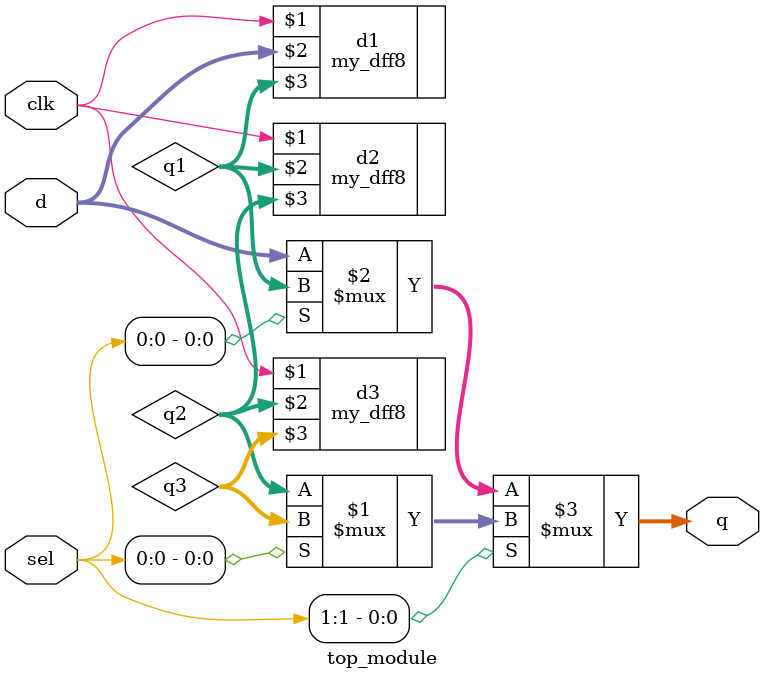
<source format=v>
module top_module ( 
    input clk, 
    input [7:0] d, 
    input [1:0] sel, 
    output [7:0] q 
);
    wire [7:0] q1, q2, q3;
    
    my_dff8 d1(clk, d, q1);
    my_dff8 d2(clk, q1, q2);
    my_dff8 d3(clk, q2, q3);
    
    assign q = (sel[1]) ? (sel[0]) ? q3 : q2 : (sel[0]) ? q1 : d ;

endmodule

</source>
